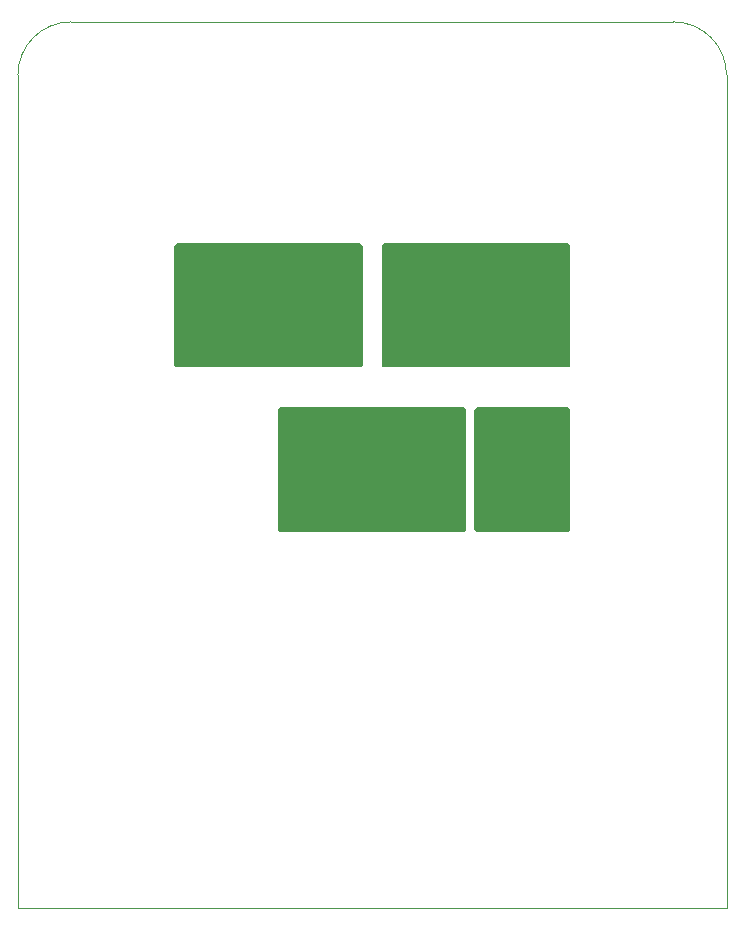
<source format=gbr>
%TF.GenerationSoftware,Altium Limited,Altium Designer,20.1.8 (145)*%
G04 Layer_Color=0*
%FSLAX44Y44*%
%MOMM*%
%TF.SameCoordinates,136F3CA4-168E-489F-BF15-BD865E51D291*%
%TF.FilePolarity,Positive*%
%TF.FileFunction,Profile,NP*%
%TF.Part,Single*%
G01*
G75*
%TA.AperFunction,Profile*%
%ADD148C,0.0254*%
G36*
X86500Y-129000D02*
Y-129497D01*
X86881Y-130416D01*
X87584Y-131119D01*
X88503Y-131500D01*
X89000D01*
D01*
X165000D01*
X165497D01*
X166416Y-131119D01*
X167119Y-130416D01*
X167500Y-129497D01*
Y-129000D01*
D01*
Y-29000D01*
Y-28503D01*
X167119Y-27584D01*
X166416Y-26881D01*
X165497Y-26500D01*
X165000D01*
D01*
X89000D01*
X88503D01*
X87584Y-26881D01*
X86881Y-27584D01*
X86500Y-28503D01*
Y-29000D01*
D01*
Y-129000D01*
D02*
G37*
G36*
X-79750Y-129000D02*
Y-29000D01*
Y-28503D01*
X-79369Y-27584D01*
X-78666Y-26881D01*
X-77747Y-26500D01*
X-77250D01*
D01*
X77250D01*
X77747D01*
X78666Y-26881D01*
X79369Y-27584D01*
X79750Y-28503D01*
Y-29000D01*
D01*
Y-129000D01*
Y-129497D01*
X79369Y-130416D01*
X78666Y-131119D01*
X77747Y-131500D01*
X77250D01*
D01*
X-77250D01*
X-77747D01*
X-78666Y-131119D01*
X-79369Y-130416D01*
X-79750Y-129497D01*
Y-129000D01*
D01*
D02*
G37*
G36*
X10500Y7500D02*
X10003D01*
X9084Y7881D01*
X8381Y8584D01*
X8000Y9503D01*
Y10000D01*
D01*
Y110000D01*
Y110497D01*
X8381Y111416D01*
X9084Y112119D01*
X10003Y112500D01*
X10500D01*
D01*
X165000D01*
X165497D01*
X166416Y112119D01*
X167119Y111416D01*
X167500Y110497D01*
Y110000D01*
D01*
Y10000D01*
Y9503D01*
X167119Y8584D01*
X166416Y7881D01*
X165497Y7500D01*
X165000D01*
D01*
X10500D01*
D02*
G37*
G36*
X-167500Y10000D02*
Y110000D01*
Y110497D01*
X-167119Y111416D01*
X-166416Y112119D01*
X-165497Y112500D01*
X-165000D01*
D01*
X-10500D01*
X-10003D01*
X-9084Y112119D01*
X-8381Y111416D01*
X-8000Y110497D01*
Y110000D01*
D01*
Y10000D01*
Y9503D01*
X-8381Y8584D01*
X-9084Y7881D01*
X-10003Y7500D01*
X-10500D01*
D01*
X-165000D01*
X-165497D01*
X-166416Y7881D01*
X-167119Y8584D01*
X-167500Y9503D01*
Y10000D01*
D01*
D02*
G37*
G36*
X10500Y7500D02*
X10003D01*
X9084Y7881D01*
X8381Y8584D01*
X8000Y9503D01*
Y10000D01*
D01*
Y110000D01*
Y110497D01*
X8381Y111416D01*
X9084Y112119D01*
X10003Y112500D01*
X10500D01*
D01*
X165000D01*
X165497D01*
X166416Y112119D01*
X167119Y111416D01*
X167500Y110497D01*
Y110000D01*
D01*
Y10000D01*
Y9503D01*
X167119Y8584D01*
X166416Y7881D01*
X165497Y7500D01*
X165000D01*
D01*
X10500D01*
D02*
G37*
G36*
X-167500Y10000D02*
Y110000D01*
Y110497D01*
X-167119Y111416D01*
X-166416Y112119D01*
X-165497Y112500D01*
X-165000D01*
D01*
X-10500D01*
X-10003D01*
X-9084Y112119D01*
X-8381Y111416D01*
X-8000Y110497D01*
Y110000D01*
D01*
Y10000D01*
Y9503D01*
X-8381Y8584D01*
X-9084Y7881D01*
X-10003Y7500D01*
X-10500D01*
D01*
X-165000D01*
X-165497D01*
X-166416Y7881D01*
X-167119Y8584D01*
X-167500Y9503D01*
Y10000D01*
D01*
D02*
G37*
G36*
X10500Y7500D02*
X10003D01*
X9084Y7881D01*
X8381Y8584D01*
X8000Y9503D01*
Y10000D01*
D01*
Y110000D01*
Y110497D01*
X8381Y111416D01*
X9084Y112119D01*
X10003Y112500D01*
X10500D01*
D01*
X165000D01*
X165497D01*
X166416Y112119D01*
X167119Y111416D01*
X167500Y110497D01*
Y110000D01*
D01*
Y10000D01*
Y9503D01*
X167119Y8584D01*
X166416Y7881D01*
X165497Y7500D01*
X165000D01*
D01*
X10500D01*
D02*
G37*
G36*
X-167500Y10000D02*
Y110000D01*
Y110497D01*
X-167119Y111416D01*
X-166416Y112119D01*
X-165497Y112500D01*
X-165000D01*
D01*
X-10500D01*
X-10003D01*
X-9084Y112119D01*
X-8381Y111416D01*
X-8000Y110497D01*
Y110000D01*
D01*
Y10000D01*
Y9503D01*
X-8381Y8584D01*
X-9084Y7881D01*
X-10003Y7500D01*
X-10500D01*
D01*
X-165000D01*
X-165497D01*
X-166416Y7881D01*
X-167119Y8584D01*
X-167500Y9503D01*
Y10000D01*
D01*
D02*
G37*
D148*
X-300000Y-450000D02*
X300000D01*
Y255000D01*
D02*
G03*
X255000Y300000I-45000J0D01*
G01*
X-255000D01*
D02*
G03*
X-300000Y255000I0J-45000D01*
G01*
Y-450000D01*
%TF.MD5,8c67299cba0733621fbf2018d4a1a84d*%
M02*

</source>
